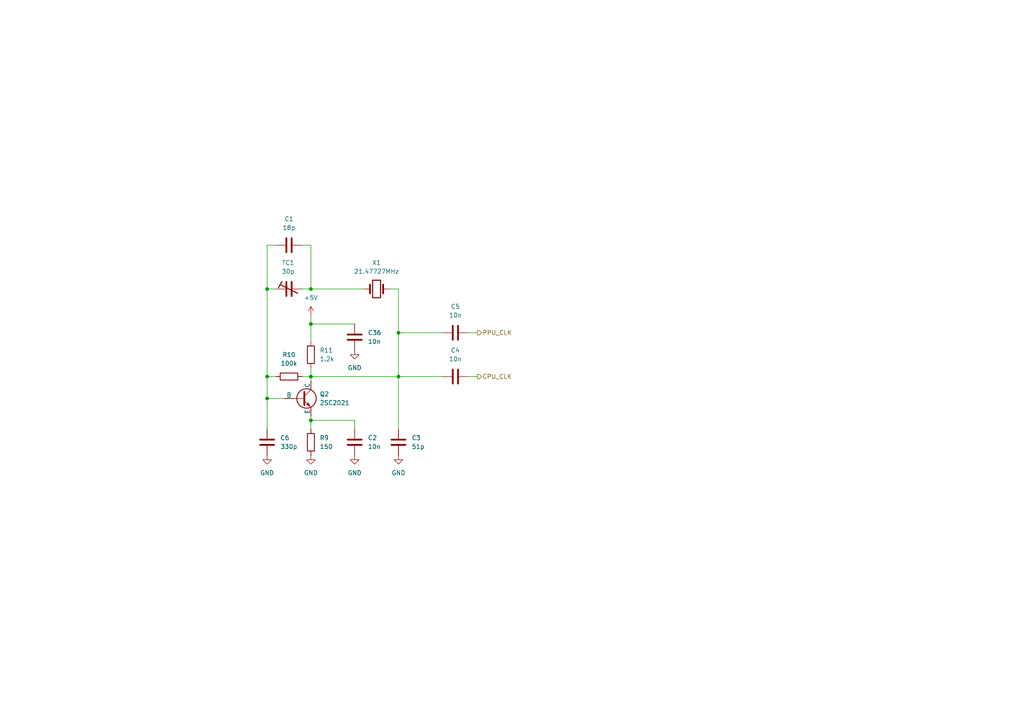
<source format=kicad_sch>
(kicad_sch (version 20250114) (generator "eeschema") (generator_version "9.0")
  (paper "A4")
  (lib_symbols
    (symbol "Device:C" (pin_numbers (hide yes)) (pin_names (offset 0.254))
      (property "Reference" "C" (at 0.635 2.54 0))
      (property "Value" "C" (at 0.635 -2.54 0))
      (symbol "C_0_1"
        (polyline (pts (xy -2.032 0.762) (xy 2.032 0.762)) (stroke (width 0.508)))
        (polyline (pts (xy -2.032 -0.762) (xy 2.032 -0.762)) (stroke (width 0.508)))
      )
      (symbol "C_1_1"
        (pin passive line (at 0 3.81 270) (length 2.794) (name "~") (number "1"))
        (pin passive line (at 0 -3.81 90) (length 2.794) (name "~") (number "2"))
      )
    )
    (symbol "Device:C_Trim" (pin_numbers (hide yes)) (pin_names (offset 0.254) (hide yes))
      (property "Reference" "C" (at 1.524 -2.032 0))
      (property "Value" "C_Trim" (at 3.048 -3.556 0))
      (symbol "C_Trim_0_1"
        (polyline (pts (xy -2.032 0.762) (xy 2.032 0.762)) (stroke (width 0.508)))
        (polyline (pts (xy -2.032 -0.762) (xy 2.032 -0.762)) (stroke (width 0.508)))
        (polyline (pts (xy 1.27 2.54) (xy -1.27 -2.54)) (stroke (width 0.3048)))
        (polyline (pts (xy 1.27 2.54) (xy 0.381 3.048)) (stroke (width 0.3048)))
        (polyline (pts (xy 1.27 2.54) (xy 2.159 2.032)) (stroke (width 0.3048)))
      )
      (symbol "C_Trim_1_1"
        (pin passive line (at 0 3.81 270) (length 3.048) (name "~") (number "1"))
        (pin passive line (at 0 -3.81 90) (length 3.048) (name "~") (number "2"))
      )
    )
    (symbol "Device:Crystal" (pin_numbers (hide yes)) (pin_names (offset 1.016) (hide yes))
      (property "Reference" "Y" (at 0 3.81 0))
      (property "Value" "Crystal" (at 0 -3.81 0))
      (symbol "Crystal_0_1"
        (polyline (pts (xy -2.54 0) (xy -1.905 0)))
        (polyline (pts (xy -1.905 -1.27) (xy -1.905 1.27)) (stroke (width 0.508)))
        (rectangle (start -1.143 2.54) (end 1.143 -2.54) (stroke (width 0.3048)))
        (polyline (pts (xy 1.905 -1.27) (xy 1.905 1.27)) (stroke (width 0.508)))
        (polyline (pts (xy 2.54 0) (xy 1.905 0)))
      )
      (symbol "Crystal_1_1"
        (pin passive line (at -3.81 0 0) (length 1.27) (name "1") (number "1"))
        (pin passive line (at 3.81 0 180) (length 1.27) (name "2") (number "2"))
      )
    )
    (symbol "Device:R" (pin_numbers (hide yes)) (pin_names (offset 0))
      (property "Reference" "R" (at 2.032 0 90))
      (property "Value" "R" (at 0 0 90))
      (symbol "R_0_1"
        (rectangle (start -1.016 -2.54) (end 1.016 2.54) (stroke (width 0.254)))
      )
      (symbol "R_1_1"
        (pin passive line (at 0 3.81 270) (length 1.27) (name "~") (number "1"))
        (pin passive line (at 0 -3.81 90) (length 1.27) (name "~") (number "2"))
      )
    )
    (symbol "Simulation_SPICE:NPN" (pin_numbers (hide yes)) (pin_names (offset 0))
      (property "Reference" "Q" (at -2.54 7.62 0))
      (property "Value" "NPN" (at -2.54 5.08 0))
      (symbol "NPN_0_1"
        (polyline (pts (xy -2.54 0) (xy 0.635 0)) (stroke (width 0.1524)))
        (polyline (pts (xy 0.635 1.905) (xy 0.635 -1.905) (xy 0.635 -1.905)) (stroke (width 0.508)))
        (polyline (pts (xy 0.635 0.635) (xy 2.54 2.54)))
        (polyline (pts (xy 0.635 -0.635) (xy 2.54 -2.54) (xy 2.54 -2.54)))
        (circle (center 1.27 0) (radius 2.8194) (stroke (width 0.254)))
        (polyline (pts (xy 1.27 -1.778) (xy 1.778 -1.27) (xy 2.286 -2.286) (xy 1.27 -1.778) (xy 1.27 -1.778)) (fill (type outline)))
        (polyline (pts (xy 2.794 -1.27) (xy 2.794 -1.27)) (stroke (width 0.1524)))
        (polyline (pts (xy 2.794 -1.27) (xy 2.794 -1.27)) (stroke (width 0.1524)))
      )
      (symbol "NPN_1_1"
        (pin input line (at -5.08 0 0) (length 2.54) (name "B") (number "2"))
        (pin open_collector line (at 2.54 5.08 270) (length 2.54) (name "C") (number "1"))
        (pin open_emitter line (at 2.54 -5.08 90) (length 2.54) (name "E") (number "3"))
      )
    )
    (symbol "power:+5V" (power) (pin_numbers (hide yes)) (pin_names (offset 0) (hide yes))
      (property "Value" "+5V" (at 0 3.556 0))
      (symbol "+5V_0_1"
        (polyline (pts (xy -0.762 1.27) (xy 0 2.54)))
        (polyline (pts (xy 0 2.54) (xy 0.762 1.27)))
        (polyline (pts (xy 0 0) (xy 0 2.54)))
      )
      (symbol "+5V_1_1"
        (pin power_in line (at 0 0 90) (length 0) (name "~") (number "1"))
      )
    )
    (symbol "power:GND" (power) (pin_numbers (hide yes)) (pin_names (offset 0) (hide yes))
      (property "Value" "GND" (at 0 -3.81 0))
      (symbol "GND_0_1"
        (polyline (pts (xy 0 0) (xy 0 -1.27) (xy 1.27 -1.27) (xy 0 -2.54) (xy -1.27 -1.27) (xy 0 -1.27)))
      )
      (symbol "GND_1_1"
        (pin power_in line (at 0 0 270) (length 0) (name "~") (number "1"))
      )
    )
  )
  (junction (at 77.47 83.82))
  (junction (at 90.17 121.92))
  (junction (at 90.17 93.98))
  (junction (at 115.57 96.52))
  (junction (at 77.47 109.22))
  (junction (at 115.57 109.22))
  (junction (at 77.47 115.57))
  (junction (at 90.17 83.82))
  (junction (at 90.17 109.22))
  (wire (pts (xy 90.17 109.22) (xy 115.57 109.22)))
  (wire (pts (xy 90.17 71.12) (xy 90.17 83.82)))
  (wire (pts (xy 128.27 96.52) (xy 115.57 96.52)))
  (wire (pts (xy 80.01 71.12) (xy 77.47 71.12)))
  (wire (pts (xy 138.43 109.22) (xy 135.89 109.22)))
  (wire (pts (xy 102.87 121.92) (xy 90.17 121.92)))
  (wire (pts (xy 77.47 115.57) (xy 82.55 115.57)))
  (wire (pts (xy 102.87 93.98) (xy 90.17 93.98)))
  (wire (pts (xy 87.63 83.82) (xy 90.17 83.82)))
  (wire (pts (xy 90.17 83.82) (xy 105.41 83.82)))
  (wire (pts (xy 138.43 96.52) (xy 135.89 96.52)))
  (wire (pts (xy 115.57 124.46) (xy 115.57 109.22)))
  (wire (pts (xy 90.17 93.98) (xy 90.17 99.06)))
  (wire (pts (xy 115.57 109.22) (xy 128.27 109.22)))
  (wire (pts (xy 113.03 83.82) (xy 115.57 83.82)))
  (wire (pts (xy 77.47 109.22) (xy 77.47 115.57)))
  (wire (pts (xy 102.87 124.46) (xy 102.87 121.92)))
  (wire (pts (xy 90.17 106.68) (xy 90.17 109.22)))
  (wire (pts (xy 77.47 109.22) (xy 77.47 83.82)))
  (wire (pts (xy 115.57 83.82) (xy 115.57 96.52)))
  (wire (pts (xy 77.47 83.82) (xy 80.01 83.82)))
  (wire (pts (xy 90.17 91.44) (xy 90.17 93.98)))
  (wire (pts (xy 87.63 71.12) (xy 90.17 71.12)))
  (wire (pts (xy 87.63 109.22) (xy 90.17 109.22)))
  (wire (pts (xy 115.57 96.52) (xy 115.57 109.22)))
  (wire (pts (xy 80.01 109.22) (xy 77.47 109.22)))
  (wire (pts (xy 77.47 115.57) (xy 77.47 124.46)))
  (wire (pts (xy 90.17 124.46) (xy 90.17 121.92)))
  (wire (pts (xy 90.17 109.22) (xy 90.17 110.49)))
  (wire (pts (xy 90.17 121.92) (xy 90.17 120.65)))
  (wire (pts (xy 77.47 71.12) (xy 77.47 83.82)))
  (hierarchical_label "CPU_CLK" (shape output) (at 138.43 109.22 0))
  (hierarchical_label "PPU_CLK" (shape output) (at 138.43 96.52 0))
  (symbol (lib_id "power:GND") (at 102.87 101.6 0) (unit 1)
    (property "Reference" "#PWR031" (effects (hide yes)))
    (property "Value" "GND" (at 102.87 106.68 0))
    (property "Description" "Power symbol creates a global label with name \"GND\" , ground" (effects (hide yes)))
  )
  (symbol (lib_id "Device:C") (at 77.47 128.27 180) (unit 1)
    (property "Reference" "C6" (at 81.28 126.9999 0) (effects (justify right)))
    (property "Value" "330p" (at 81.28 129.5399 0) (effects (justify right)))
    (property "Footprint" "Nintendo:C_Disc_D3.0mm_W2.0mm_P3.0mm" (effects (hide yes)))
    (property "Description" "Unpolarized capacitor" (effects (hide yes)))
  )
  (symbol (lib_id "power:+5V") (at 90.17 91.44 0) (unit 1)
    (property "Reference" "#PWR013" (effects (hide yes)))
    (property "Value" "+5V" (at 90.17 86.36 0))
    (property "Description" "Power symbol creates a global label with name \"+5V\"" (effects (hide yes)))
  )
  (symbol (lib_id "Device:R") (at 90.17 128.27 0) (mirror x) (unit 1)
    (property "Reference" "R9" (at 92.71 126.9999 0) (effects (justify left)))
    (property "Value" "150" (at 92.71 129.5399 0) (effects (justify left)))
    (property "Footprint" "Resistor_THT:R_Axial_DIN0207_L6.3mm_D2.5mm_P10.16mm_Horizontal" (effects (hide yes)))
    (property "Description" "Resistor" (effects (hide yes)))
  )
  (symbol (lib_id "power:GND") (at 90.17 132.08 0) (unit 1)
    (property "Reference" "#PWR028" (effects (hide yes)))
    (property "Value" "GND" (at 90.17 137.16 0))
    (property "Description" "Power symbol creates a global label with name \"GND\" , ground" (effects (hide yes)))
  )
  (symbol (lib_id "Device:C") (at 102.87 128.27 180) (unit 1)
    (property "Reference" "C2" (at 106.68 126.9999 0) (effects (justify right)))
    (property "Value" "10n" (at 106.68 129.5399 0) (effects (justify right)))
    (property "Footprint" "Nintendo:C_Disc_D3.0mm_W2.0mm_P3.0mm" (effects (hide yes)))
    (property "Description" "Unpolarized capacitor" (effects (hide yes)))
  )
  (symbol (lib_id "Device:R") (at 83.82 109.22 270) (unit 1)
    (property "Reference" "R10" (at 83.82 102.87 90))
    (property "Value" "100k" (at 83.82 105.41 90))
    (property "Footprint" "Resistor_THT:R_Axial_DIN0207_L6.3mm_D2.5mm_P10.16mm_Horizontal" (effects (hide yes)))
    (property "Description" "Resistor" (effects (hide yes)))
  )
  (symbol (lib_id "Device:Crystal") (at 109.22 83.82 0) (unit 1)
    (property "Reference" "X1" (at 109.22 76.2 0))
    (property "Value" "21.47727MHz" (at 109.22 78.74 0))
    (property "Footprint" "Nintendo:crystal" (effects (hide yes)))
    (property "Description" "Two pin crystal" (effects (hide yes)))
  )
  (symbol (lib_id "power:GND") (at 115.57 132.08 0) (unit 1)
    (property "Reference" "#PWR014" (effects (hide yes)))
    (property "Value" "GND" (at 115.57 137.16 0))
    (property "Description" "Power symbol creates a global label with name \"GND\" , ground" (effects (hide yes)))
  )
  (symbol (lib_id "Device:C") (at 132.08 96.52 270) (mirror x) (unit 1)
    (property "Reference" "C5" (at 132.08 88.9 90))
    (property "Value" "10n" (at 132.08 91.44 90))
    (property "Footprint" "Nintendo:C_Disc_D3.0mm_W2.0mm_P3.0mm" (effects (hide yes)))
    (property "Description" "Unpolarized capacitor" (effects (hide yes)))
  )
  (symbol (lib_id "power:GND") (at 77.47 132.08 0) (unit 1)
    (property "Reference" "#PWR029" (effects (hide yes)))
    (property "Value" "GND" (at 77.47 137.16 0))
    (property "Description" "Power symbol creates a global label with name \"GND\" , ground" (effects (hide yes)))
  )
  (symbol (lib_id "Device:R") (at 90.17 102.87 0) (mirror x) (unit 1)
    (property "Reference" "R11" (at 92.71 101.5999 0) (effects (justify left)))
    (property "Value" "1.2k" (at 92.71 104.1399 0) (effects (justify left)))
    (property "Footprint" "Resistor_THT:R_Axial_DIN0207_L6.3mm_D2.5mm_P10.16mm_Horizontal" (effects (hide yes)))
    (property "Description" "Resistor" (effects (hide yes)))
  )
  (symbol (lib_id "Device:C") (at 115.57 128.27 180) (unit 1)
    (property "Reference" "C3" (at 119.38 126.9999 0) (effects (justify right)))
    (property "Value" "51p" (at 119.38 129.5399 0) (effects (justify right)))
    (property "Footprint" "Nintendo:C_Disc_D3.0mm_W2.0mm_P3.0mm" (effects (hide yes)))
    (property "Description" "Unpolarized capacitor" (effects (hide yes)))
  )
  (symbol (lib_id "Device:C") (at 83.82 71.12 90) (unit 1)
    (property "Reference" "C1" (at 83.82 63.5 90))
    (property "Value" "18p" (at 83.82 66.04 90))
    (property "Footprint" "Nintendo:C_Disc_D3.0mm_W2.0mm_P3.0mm" (effects (hide yes)))
    (property "Description" "Unpolarized capacitor" (effects (hide yes)))
  )
  (symbol (lib_id "Device:C") (at 102.87 97.79 180) (unit 1)
    (property "Reference" "C36" (at 106.68 96.5199 0) (effects (justify right)))
    (property "Value" "10n" (at 106.68 99.0599 0) (effects (justify right)))
    (property "Footprint" "Nintendo:C_Disc_D3.0mm_W2.0mm_P3.0mm" (effects (hide yes)))
    (property "Description" "Unpolarized capacitor" (effects (hide yes)))
  )
  (symbol (lib_id "Device:C_Trim") (at 83.82 83.82 90) (unit 1)
    (property "Reference" "TC1" (at 83.566 76.2 90))
    (property "Value" "30p" (at 83.566 78.74 90))
    (property "Footprint" "Nintendo:Capacitor_trimmer" (effects (hide yes)))
    (property "Description" "Trimmable capacitor" (effects (hide yes)))
  )
  (symbol (lib_id "power:GND") (at 102.87 132.08 0) (unit 1)
    (property "Reference" "#PWR011" (effects (hide yes)))
    (property "Value" "GND" (at 102.87 137.16 0))
    (property "Description" "Power symbol creates a global label with name \"GND\" , ground" (effects (hide yes)))
  )
  (symbol (lib_id "Simulation_SPICE:NPN") (at 87.63 115.57 0) (unit 1)
    (property "Reference" "Q2" (at 92.71 114.2999 0) (effects (justify left)))
    (property "Value" "2SC2021" (at 92.71 116.8399 0) (effects (justify left)))
    (property "Footprint" "Nintendo:PACKAGE_TRANSISTOR_FTR" (effects (hide yes)))
    (property "Datasheet" "https://ngspice.sourceforge.io/docs/ngspice-html-manual/manual.xhtml#cha_BJTs" (effects (hide yes)))
    (property "Description" "Bipolar transistor symbol for simulation only, substrate tied to the emitter" (effects (hide yes)))
    (property "Sim.Device" "NPN" (effects (hide yes)))
    (property "Sim.Type" "GUMMELPOON" (effects (hide yes)))
    (property "Sim.Pins" "1=C 2=B 3=E" (effects (hide yes)))
  )
  (symbol (lib_id "Device:C") (at 132.08 109.22 270) (mirror x) (unit 1)
    (property "Reference" "C4" (at 132.08 101.6 90))
    (property "Value" "10n" (at 132.08 104.14 90))
    (property "Footprint" "Nintendo:C_Disc_D3.0mm_W2.0mm_P3.0mm" (effects (hide yes)))
    (property "Description" "Unpolarized capacitor" (effects (hide yes)))
  )
)
</source>
